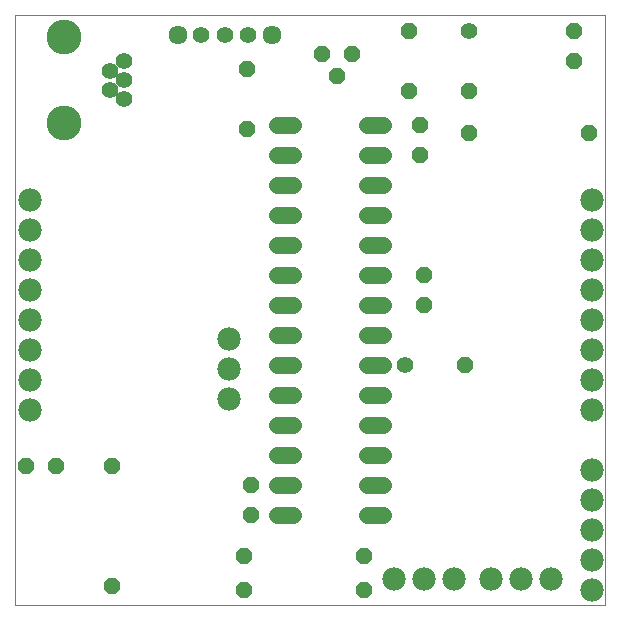
<source format=gbs>
G75*
%MOIN*%
%OFA0B0*%
%FSLAX25Y25*%
%IPPOS*%
%LPD*%
%AMOC8*
5,1,8,0,0,1.08239X$1,22.5*
%
%ADD10C,0.00000*%
%ADD11OC8,0.05600*%
%ADD12C,0.05600*%
%ADD13C,0.05550*%
%ADD14C,0.11620*%
%ADD15C,0.07800*%
%ADD16C,0.05600*%
%ADD17C,0.06337*%
D10*
X0001800Y0002083D02*
X0001800Y0198934D01*
X0198650Y0198934D01*
X0198650Y0002083D01*
X0001800Y0002083D01*
D11*
X0034300Y0008333D03*
X0034300Y0048333D03*
X0015550Y0048333D03*
X0005550Y0048333D03*
X0078050Y0018333D03*
X0078050Y0007083D03*
X0080550Y0032083D03*
X0080550Y0042083D03*
X0118050Y0018333D03*
X0118050Y0007083D03*
X0151800Y0082083D03*
X0138050Y0102083D03*
X0138050Y0112083D03*
X0136800Y0152083D03*
X0136800Y0162083D03*
X0133050Y0173333D03*
X0114300Y0185833D03*
X0109300Y0178333D03*
X0104300Y0185833D03*
X0079300Y0180833D03*
X0079300Y0160833D03*
X0133050Y0193333D03*
X0153050Y0173333D03*
X0153050Y0159583D03*
X0188050Y0183333D03*
X0188050Y0193333D03*
X0193050Y0159583D03*
D12*
X0153050Y0193333D03*
X0131800Y0082083D03*
D13*
X0038129Y0170784D03*
X0033404Y0173934D03*
X0038129Y0177083D03*
X0033404Y0180233D03*
X0038129Y0183383D03*
X0063926Y0192083D03*
X0071800Y0192083D03*
X0079674Y0192083D03*
D14*
X0018050Y0191453D03*
X0018050Y0162713D03*
D15*
X0006800Y0137083D03*
X0006800Y0127083D03*
X0006800Y0117083D03*
X0006800Y0107083D03*
X0006800Y0097083D03*
X0006800Y0087083D03*
X0006800Y0077083D03*
X0006800Y0067083D03*
X0073050Y0070833D03*
X0073050Y0080833D03*
X0073050Y0090833D03*
X0128050Y0010833D03*
X0138050Y0010833D03*
X0148050Y0010833D03*
X0160550Y0010833D03*
X0170550Y0010833D03*
X0180550Y0010833D03*
X0194300Y0007083D03*
X0194300Y0017083D03*
X0194300Y0027083D03*
X0194300Y0037083D03*
X0194300Y0047083D03*
X0194300Y0067083D03*
X0194300Y0077083D03*
X0194300Y0087083D03*
X0194300Y0097083D03*
X0194300Y0107083D03*
X0194300Y0117083D03*
X0194300Y0127083D03*
X0194300Y0137083D03*
D16*
X0124400Y0132083D02*
X0119200Y0132083D01*
X0119200Y0142083D02*
X0124400Y0142083D01*
X0124400Y0152083D02*
X0119200Y0152083D01*
X0119200Y0162083D02*
X0124400Y0162083D01*
X0094400Y0162083D02*
X0089200Y0162083D01*
X0089200Y0152083D02*
X0094400Y0152083D01*
X0094400Y0142083D02*
X0089200Y0142083D01*
X0089200Y0132083D02*
X0094400Y0132083D01*
X0094400Y0122083D02*
X0089200Y0122083D01*
X0089200Y0112083D02*
X0094400Y0112083D01*
X0094400Y0102083D02*
X0089200Y0102083D01*
X0089200Y0092083D02*
X0094400Y0092083D01*
X0094400Y0082083D02*
X0089200Y0082083D01*
X0089200Y0072083D02*
X0094400Y0072083D01*
X0094400Y0062083D02*
X0089200Y0062083D01*
X0089200Y0052083D02*
X0094400Y0052083D01*
X0094400Y0042083D02*
X0089200Y0042083D01*
X0089200Y0032083D02*
X0094400Y0032083D01*
X0119200Y0032083D02*
X0124400Y0032083D01*
X0124400Y0042083D02*
X0119200Y0042083D01*
X0119200Y0052083D02*
X0124400Y0052083D01*
X0124400Y0062083D02*
X0119200Y0062083D01*
X0119200Y0072083D02*
X0124400Y0072083D01*
X0124400Y0082083D02*
X0119200Y0082083D01*
X0119200Y0092083D02*
X0124400Y0092083D01*
X0124400Y0102083D02*
X0119200Y0102083D01*
X0119200Y0112083D02*
X0124400Y0112083D01*
X0124400Y0122083D02*
X0119200Y0122083D01*
D17*
X0087548Y0192083D03*
X0056052Y0192083D03*
M02*

</source>
